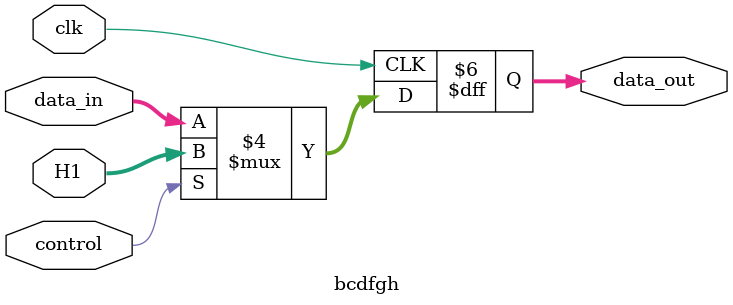
<source format=v>
`timescale 1ns / 1ps
module bcdfgh(clk,control,H1,data_in,data_out);
input control, clk;
input [31:0] H1, data_in;
output reg [31:0] data_out;
	
always @ (posedge clk)
	begin
		if (control == 1)				//we are initializing from the intermediate hash value
			data_out = H1;				//update value of a 
		else
			data_out = data_in;
	end
	

endmodule
</source>
